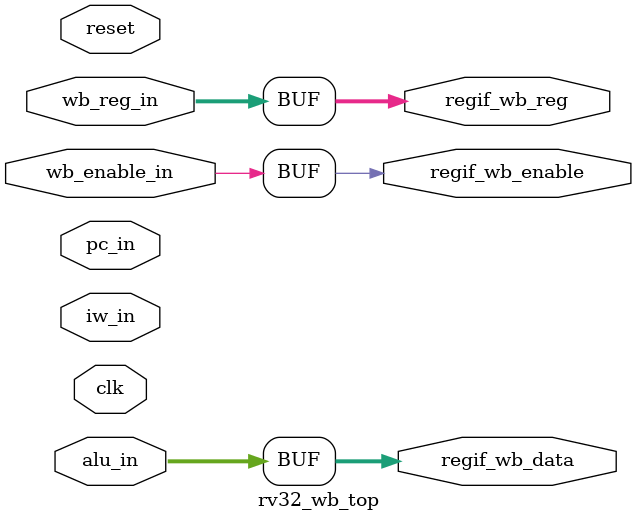
<source format=sv>
`timescale 1ns / 1ps


module rv32_wb_top(
        // system clock and synchronous reset
        input clk,
        input reset,

        // from mem
        input [31:0] pc_in,
        input [31:0] iw_in,
        input [31:0] alu_in,
        input [4:0] wb_reg_in,
        input wb_enable_in,

        // register interface
        output regif_wb_enable,
        output [4:0] regif_wb_reg,
        output [31:0] regif_wb_data
    );

    assign regif_wb_enable = wb_enable_in;
    assign regif_wb_reg = wb_reg_in;
    assign regif_wb_data = alu_in;

endmodule

</source>
